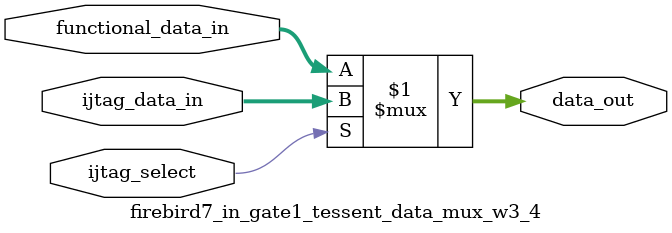
<source format=sv>

module firebird7_in_gate1_tessent_data_mux_w3_4 (
  input wire ijtag_select,
  input wire [2:0]  functional_data_in,
  input wire [2:0]  ijtag_data_in,
  output wire [2:0] data_out
);
assign data_out = (ijtag_select) ? ijtag_data_in : functional_data_in;
endmodule

</source>
